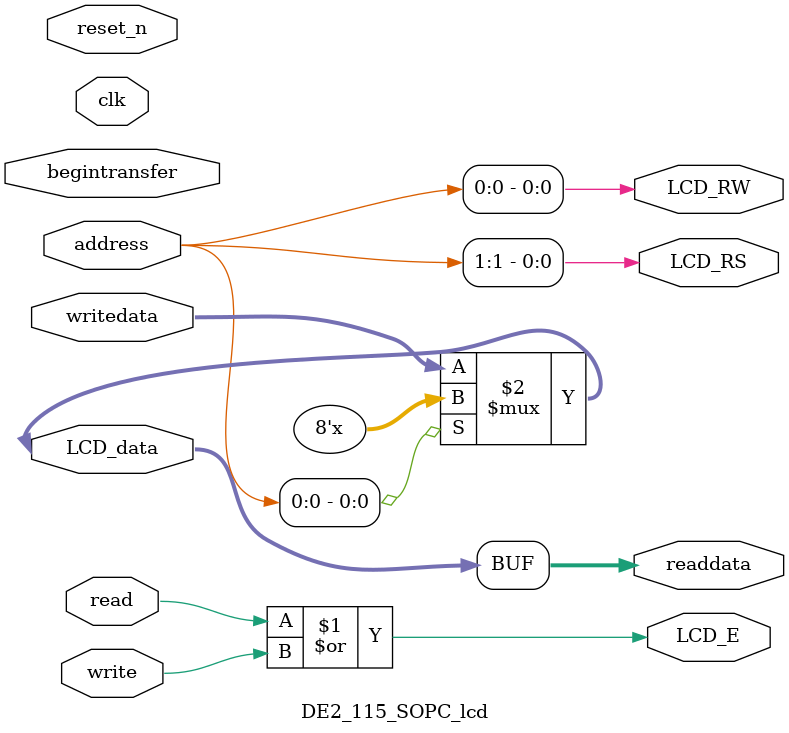
<source format=v>

`timescale 1ns / 1ps
// synthesis translate_on

// turn off superfluous verilog processor warnings 
// altera message_level Level1 
// altera message_off 10034 10035 10036 10037 10230 10240 10030 

module DE2_115_SOPC_lcd (
                          // inputs:
                           address,
                           begintransfer,
                           clk,
                           read,
                           reset_n,
                           write,
                           writedata,

                          // outputs:
                           LCD_E,
                           LCD_RS,
                           LCD_RW,
                           LCD_data,
                           readdata
                        )
;

  output           LCD_E;
  output           LCD_RS;
  output           LCD_RW;
  inout   [  7: 0] LCD_data;
  output  [  7: 0] readdata;
  input   [  1: 0] address;
  input            begintransfer;
  input            clk;
  input            read;
  input            reset_n;
  input            write;
  input   [  7: 0] writedata;

  wire             LCD_E;
  wire             LCD_RS;
  wire             LCD_RW;
  wire    [  7: 0] LCD_data;
  wire    [  7: 0] readdata;
  assign LCD_RW = address[0];
  assign LCD_RS = address[1];
  assign LCD_E = read | write;
  assign LCD_data = (address[0]) ? {8{1'bz}} : writedata;
  assign readdata = LCD_data;
  //control_slave, which is an e_avalon_slave

endmodule


</source>
